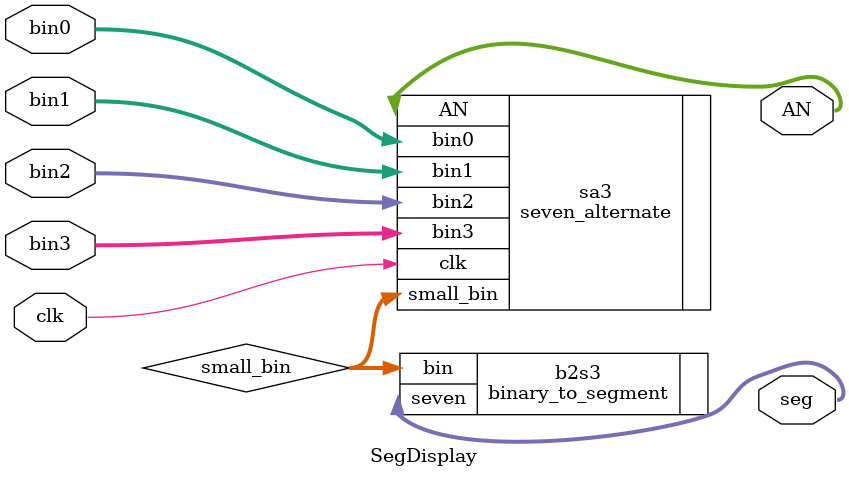
<source format=v>
`timescale 1ns / 1ps
module SegDisplay(output [6:0] seg, output [3:0] AN, input [3:0] bin0, input [3:0] bin1, input [3:0] bin2, input [3:0] bin3, input clk);

	wire[3:0] small_bin;
	seven_alternate sa3 (.bin0(bin0), .bin1(bin1), .bin2(bin2), .bin3(bin3), .small_bin(small_bin), .AN(AN), .clk(clk));
	
	binary_to_segment b2s3(.bin(small_bin),.seven(seg));

endmodule

</source>
